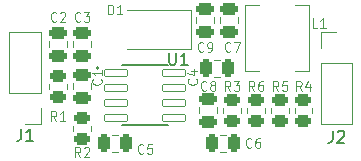
<source format=gto>
G04 #@! TF.GenerationSoftware,KiCad,Pcbnew,(6.0.4)*
G04 #@! TF.CreationDate,2022-05-06T11:38:26-05:00*
G04 #@! TF.ProjectId,12v_buck_converter,3132765f-6275-4636-9b5f-636f6e766572,rev?*
G04 #@! TF.SameCoordinates,Original*
G04 #@! TF.FileFunction,Legend,Top*
G04 #@! TF.FilePolarity,Positive*
%FSLAX46Y46*%
G04 Gerber Fmt 4.6, Leading zero omitted, Abs format (unit mm)*
G04 Created by KiCad (PCBNEW (6.0.4)) date 2022-05-06 11:38:26*
%MOMM*%
%LPD*%
G01*
G04 APERTURE LIST*
G04 Aperture macros list*
%AMRoundRect*
0 Rectangle with rounded corners*
0 $1 Rounding radius*
0 $2 $3 $4 $5 $6 $7 $8 $9 X,Y pos of 4 corners*
0 Add a 4 corners polygon primitive as box body*
4,1,4,$2,$3,$4,$5,$6,$7,$8,$9,$2,$3,0*
0 Add four circle primitives for the rounded corners*
1,1,$1+$1,$2,$3*
1,1,$1+$1,$4,$5*
1,1,$1+$1,$6,$7*
1,1,$1+$1,$8,$9*
0 Add four rect primitives between the rounded corners*
20,1,$1+$1,$2,$3,$4,$5,0*
20,1,$1+$1,$4,$5,$6,$7,0*
20,1,$1+$1,$6,$7,$8,$9,0*
20,1,$1+$1,$8,$9,$2,$3,0*%
G04 Aperture macros list end*
%ADD10C,0.100000*%
%ADD11C,0.150000*%
%ADD12C,0.120000*%
%ADD13C,0.127000*%
%ADD14C,0.200000*%
%ADD15RoundRect,0.250000X-0.475000X0.250000X-0.475000X-0.250000X0.475000X-0.250000X0.475000X0.250000X0*%
%ADD16R,1.700000X1.700000*%
%ADD17O,1.700000X1.700000*%
%ADD18RoundRect,0.250000X-0.250000X-0.475000X0.250000X-0.475000X0.250000X0.475000X-0.250000X0.475000X0*%
%ADD19RoundRect,0.250000X0.475000X-0.250000X0.475000X0.250000X-0.475000X0.250000X-0.475000X-0.250000X0*%
%ADD20RoundRect,0.250000X-0.450000X0.262500X-0.450000X-0.262500X0.450000X-0.262500X0.450000X0.262500X0*%
%ADD21R,2.500000X2.000000*%
%ADD22RoundRect,0.042000X-0.943000X-0.258000X0.943000X-0.258000X0.943000X0.258000X-0.943000X0.258000X0*%
%ADD23RoundRect,0.250000X0.450000X-0.262500X0.450000X0.262500X-0.450000X0.262500X-0.450000X-0.262500X0*%
%ADD24R,2.500000X1.800000*%
%ADD25RoundRect,0.250000X0.250000X0.475000X-0.250000X0.475000X-0.250000X-0.475000X0.250000X-0.475000X0*%
G04 APERTURE END LIST*
D10*
X69208666Y-105187714D02*
X69170571Y-105225809D01*
X69056285Y-105263904D01*
X68980095Y-105263904D01*
X68865809Y-105225809D01*
X68789619Y-105149619D01*
X68751523Y-105073428D01*
X68713428Y-104921047D01*
X68713428Y-104806761D01*
X68751523Y-104654380D01*
X68789619Y-104578190D01*
X68865809Y-104502000D01*
X68980095Y-104463904D01*
X69056285Y-104463904D01*
X69170571Y-104502000D01*
X69208666Y-104540095D01*
X69475333Y-104463904D02*
X70008666Y-104463904D01*
X69665809Y-105263904D01*
D11*
X77850666Y-111974380D02*
X77850666Y-112688666D01*
X77803047Y-112831523D01*
X77707809Y-112926761D01*
X77564952Y-112974380D01*
X77469714Y-112974380D01*
X78279238Y-112069619D02*
X78326857Y-112022000D01*
X78422095Y-111974380D01*
X78660190Y-111974380D01*
X78755428Y-112022000D01*
X78803047Y-112069619D01*
X78850666Y-112164857D01*
X78850666Y-112260095D01*
X78803047Y-112402952D01*
X78231619Y-112974380D01*
X78850666Y-112974380D01*
D10*
X70986666Y-113315714D02*
X70948571Y-113353809D01*
X70834285Y-113391904D01*
X70758095Y-113391904D01*
X70643809Y-113353809D01*
X70567619Y-113277619D01*
X70529523Y-113201428D01*
X70491428Y-113049047D01*
X70491428Y-112934761D01*
X70529523Y-112782380D01*
X70567619Y-112706190D01*
X70643809Y-112630000D01*
X70758095Y-112591904D01*
X70834285Y-112591904D01*
X70948571Y-112630000D01*
X70986666Y-112668095D01*
X71672380Y-112591904D02*
X71520000Y-112591904D01*
X71443809Y-112630000D01*
X71405714Y-112668095D01*
X71329523Y-112782380D01*
X71291428Y-112934761D01*
X71291428Y-113239523D01*
X71329523Y-113315714D01*
X71367619Y-113353809D01*
X71443809Y-113391904D01*
X71596190Y-113391904D01*
X71672380Y-113353809D01*
X71710476Y-113315714D01*
X71748571Y-113239523D01*
X71748571Y-113049047D01*
X71710476Y-112972857D01*
X71672380Y-112934761D01*
X71596190Y-112896666D01*
X71443809Y-112896666D01*
X71367619Y-112934761D01*
X71329523Y-112972857D01*
X71291428Y-113049047D01*
X56508666Y-102647714D02*
X56470571Y-102685809D01*
X56356285Y-102723904D01*
X56280095Y-102723904D01*
X56165809Y-102685809D01*
X56089619Y-102609619D01*
X56051523Y-102533428D01*
X56013428Y-102381047D01*
X56013428Y-102266761D01*
X56051523Y-102114380D01*
X56089619Y-102038190D01*
X56165809Y-101962000D01*
X56280095Y-101923904D01*
X56356285Y-101923904D01*
X56470571Y-101962000D01*
X56508666Y-102000095D01*
X56775333Y-101923904D02*
X57270571Y-101923904D01*
X57003904Y-102228666D01*
X57118190Y-102228666D01*
X57194380Y-102266761D01*
X57232476Y-102304857D01*
X57270571Y-102381047D01*
X57270571Y-102571523D01*
X57232476Y-102647714D01*
X57194380Y-102685809D01*
X57118190Y-102723904D01*
X56889619Y-102723904D01*
X56813428Y-102685809D01*
X56775333Y-102647714D01*
X54476666Y-102647714D02*
X54438571Y-102685809D01*
X54324285Y-102723904D01*
X54248095Y-102723904D01*
X54133809Y-102685809D01*
X54057619Y-102609619D01*
X54019523Y-102533428D01*
X53981428Y-102381047D01*
X53981428Y-102266761D01*
X54019523Y-102114380D01*
X54057619Y-102038190D01*
X54133809Y-101962000D01*
X54248095Y-101923904D01*
X54324285Y-101923904D01*
X54438571Y-101962000D01*
X54476666Y-102000095D01*
X54781428Y-102000095D02*
X54819523Y-101962000D01*
X54895714Y-101923904D01*
X55086190Y-101923904D01*
X55162380Y-101962000D01*
X55200476Y-102000095D01*
X55238571Y-102076285D01*
X55238571Y-102152476D01*
X55200476Y-102266761D01*
X54743333Y-102723904D01*
X55238571Y-102723904D01*
D11*
X51482666Y-111822380D02*
X51482666Y-112536666D01*
X51435047Y-112679523D01*
X51339809Y-112774761D01*
X51196952Y-112822380D01*
X51101714Y-112822380D01*
X52482666Y-112822380D02*
X51911238Y-112822380D01*
X52196952Y-112822380D02*
X52196952Y-111822380D01*
X52101714Y-111965238D01*
X52006476Y-112060476D01*
X51911238Y-112108095D01*
D10*
X58221714Y-107575333D02*
X58259809Y-107613428D01*
X58297904Y-107727714D01*
X58297904Y-107803904D01*
X58259809Y-107918190D01*
X58183619Y-107994380D01*
X58107428Y-108032476D01*
X57955047Y-108070571D01*
X57840761Y-108070571D01*
X57688380Y-108032476D01*
X57612190Y-107994380D01*
X57536000Y-107918190D01*
X57497904Y-107803904D01*
X57497904Y-107727714D01*
X57536000Y-107613428D01*
X57574095Y-107575333D01*
X58297904Y-106813428D02*
X58297904Y-107270571D01*
X58297904Y-107042000D02*
X57497904Y-107042000D01*
X57612190Y-107118190D01*
X57688380Y-107194380D01*
X57726476Y-107270571D01*
X67176666Y-108489714D02*
X67138571Y-108527809D01*
X67024285Y-108565904D01*
X66948095Y-108565904D01*
X66833809Y-108527809D01*
X66757619Y-108451619D01*
X66719523Y-108375428D01*
X66681428Y-108223047D01*
X66681428Y-108108761D01*
X66719523Y-107956380D01*
X66757619Y-107880190D01*
X66833809Y-107804000D01*
X66948095Y-107765904D01*
X67024285Y-107765904D01*
X67138571Y-107804000D01*
X67176666Y-107842095D01*
X67633809Y-108108761D02*
X67557619Y-108070666D01*
X67519523Y-108032571D01*
X67481428Y-107956380D01*
X67481428Y-107918285D01*
X67519523Y-107842095D01*
X67557619Y-107804000D01*
X67633809Y-107765904D01*
X67786190Y-107765904D01*
X67862380Y-107804000D01*
X67900476Y-107842095D01*
X67938571Y-107918285D01*
X67938571Y-107956380D01*
X67900476Y-108032571D01*
X67862380Y-108070666D01*
X67786190Y-108108761D01*
X67633809Y-108108761D01*
X67557619Y-108146857D01*
X67519523Y-108184952D01*
X67481428Y-108261142D01*
X67481428Y-108413523D01*
X67519523Y-108489714D01*
X67557619Y-108527809D01*
X67633809Y-108565904D01*
X67786190Y-108565904D01*
X67862380Y-108527809D01*
X67900476Y-108489714D01*
X67938571Y-108413523D01*
X67938571Y-108261142D01*
X67900476Y-108184952D01*
X67862380Y-108146857D01*
X67786190Y-108108761D01*
X73272666Y-108565904D02*
X73006000Y-108184952D01*
X72815523Y-108565904D02*
X72815523Y-107765904D01*
X73120285Y-107765904D01*
X73196476Y-107804000D01*
X73234571Y-107842095D01*
X73272666Y-107918285D01*
X73272666Y-108032571D01*
X73234571Y-108108761D01*
X73196476Y-108146857D01*
X73120285Y-108184952D01*
X72815523Y-108184952D01*
X73996476Y-107765904D02*
X73615523Y-107765904D01*
X73577428Y-108146857D01*
X73615523Y-108108761D01*
X73691714Y-108070666D01*
X73882190Y-108070666D01*
X73958380Y-108108761D01*
X73996476Y-108146857D01*
X74034571Y-108223047D01*
X74034571Y-108413523D01*
X73996476Y-108489714D01*
X73958380Y-108527809D01*
X73882190Y-108565904D01*
X73691714Y-108565904D01*
X73615523Y-108527809D01*
X73577428Y-108489714D01*
X76574666Y-103231904D02*
X76193714Y-103231904D01*
X76193714Y-102431904D01*
X77260380Y-103231904D02*
X76803238Y-103231904D01*
X77031809Y-103231904D02*
X77031809Y-102431904D01*
X76955619Y-102546190D01*
X76879428Y-102622380D01*
X76803238Y-102660476D01*
X75256666Y-108565904D02*
X74990000Y-108184952D01*
X74799523Y-108565904D02*
X74799523Y-107765904D01*
X75104285Y-107765904D01*
X75180476Y-107804000D01*
X75218571Y-107842095D01*
X75256666Y-107918285D01*
X75256666Y-108032571D01*
X75218571Y-108108761D01*
X75180476Y-108146857D01*
X75104285Y-108184952D01*
X74799523Y-108184952D01*
X75942380Y-108032571D02*
X75942380Y-108565904D01*
X75751904Y-107727809D02*
X75561428Y-108299238D01*
X76056666Y-108299238D01*
D11*
X64008095Y-105370380D02*
X64008095Y-106179904D01*
X64055714Y-106275142D01*
X64103333Y-106322761D01*
X64198571Y-106370380D01*
X64389047Y-106370380D01*
X64484285Y-106322761D01*
X64531904Y-106275142D01*
X64579523Y-106179904D01*
X64579523Y-105370380D01*
X65579523Y-106370380D02*
X65008095Y-106370380D01*
X65293809Y-106370380D02*
X65293809Y-105370380D01*
X65198571Y-105513238D01*
X65103333Y-105608476D01*
X65008095Y-105656095D01*
D10*
X56508666Y-114153904D02*
X56242000Y-113772952D01*
X56051523Y-114153904D02*
X56051523Y-113353904D01*
X56356285Y-113353904D01*
X56432476Y-113392000D01*
X56470571Y-113430095D01*
X56508666Y-113506285D01*
X56508666Y-113620571D01*
X56470571Y-113696761D01*
X56432476Y-113734857D01*
X56356285Y-113772952D01*
X56051523Y-113772952D01*
X56813428Y-113430095D02*
X56851523Y-113392000D01*
X56927714Y-113353904D01*
X57118190Y-113353904D01*
X57194380Y-113392000D01*
X57232476Y-113430095D01*
X57270571Y-113506285D01*
X57270571Y-113582476D01*
X57232476Y-113696761D01*
X56775333Y-114153904D01*
X57270571Y-114153904D01*
X66922666Y-105187714D02*
X66884571Y-105225809D01*
X66770285Y-105263904D01*
X66694095Y-105263904D01*
X66579809Y-105225809D01*
X66503619Y-105149619D01*
X66465523Y-105073428D01*
X66427428Y-104921047D01*
X66427428Y-104806761D01*
X66465523Y-104654380D01*
X66503619Y-104578190D01*
X66579809Y-104502000D01*
X66694095Y-104463904D01*
X66770285Y-104463904D01*
X66884571Y-104502000D01*
X66922666Y-104540095D01*
X67303619Y-105263904D02*
X67456000Y-105263904D01*
X67532190Y-105225809D01*
X67570285Y-105187714D01*
X67646476Y-105073428D01*
X67684571Y-104921047D01*
X67684571Y-104616285D01*
X67646476Y-104540095D01*
X67608380Y-104502000D01*
X67532190Y-104463904D01*
X67379809Y-104463904D01*
X67303619Y-104502000D01*
X67265523Y-104540095D01*
X67227428Y-104616285D01*
X67227428Y-104806761D01*
X67265523Y-104882952D01*
X67303619Y-104921047D01*
X67379809Y-104959142D01*
X67532190Y-104959142D01*
X67608380Y-104921047D01*
X67646476Y-104882952D01*
X67684571Y-104806761D01*
X71240666Y-108565904D02*
X70974000Y-108184952D01*
X70783523Y-108565904D02*
X70783523Y-107765904D01*
X71088285Y-107765904D01*
X71164476Y-107804000D01*
X71202571Y-107842095D01*
X71240666Y-107918285D01*
X71240666Y-108032571D01*
X71202571Y-108108761D01*
X71164476Y-108146857D01*
X71088285Y-108184952D01*
X70783523Y-108184952D01*
X71926380Y-107765904D02*
X71774000Y-107765904D01*
X71697809Y-107804000D01*
X71659714Y-107842095D01*
X71583523Y-107956380D01*
X71545428Y-108108761D01*
X71545428Y-108413523D01*
X71583523Y-108489714D01*
X71621619Y-108527809D01*
X71697809Y-108565904D01*
X71850190Y-108565904D01*
X71926380Y-108527809D01*
X71964476Y-108489714D01*
X72002571Y-108413523D01*
X72002571Y-108223047D01*
X71964476Y-108146857D01*
X71926380Y-108108761D01*
X71850190Y-108070666D01*
X71697809Y-108070666D01*
X71621619Y-108108761D01*
X71583523Y-108146857D01*
X71545428Y-108223047D01*
X58845523Y-102089904D02*
X58845523Y-101289904D01*
X59036000Y-101289904D01*
X59150285Y-101328000D01*
X59226476Y-101404190D01*
X59264571Y-101480380D01*
X59302666Y-101632761D01*
X59302666Y-101747047D01*
X59264571Y-101899428D01*
X59226476Y-101975619D01*
X59150285Y-102051809D01*
X59036000Y-102089904D01*
X58845523Y-102089904D01*
X60064571Y-102089904D02*
X59607428Y-102089904D01*
X59836000Y-102089904D02*
X59836000Y-101289904D01*
X59759809Y-101404190D01*
X59683619Y-101480380D01*
X59607428Y-101518476D01*
X54476666Y-111105904D02*
X54210000Y-110724952D01*
X54019523Y-111105904D02*
X54019523Y-110305904D01*
X54324285Y-110305904D01*
X54400476Y-110344000D01*
X54438571Y-110382095D01*
X54476666Y-110458285D01*
X54476666Y-110572571D01*
X54438571Y-110648761D01*
X54400476Y-110686857D01*
X54324285Y-110724952D01*
X54019523Y-110724952D01*
X55238571Y-111105904D02*
X54781428Y-111105904D01*
X55010000Y-111105904D02*
X55010000Y-110305904D01*
X54933809Y-110420190D01*
X54857619Y-110496380D01*
X54781428Y-110534476D01*
X61842666Y-113823714D02*
X61804571Y-113861809D01*
X61690285Y-113899904D01*
X61614095Y-113899904D01*
X61499809Y-113861809D01*
X61423619Y-113785619D01*
X61385523Y-113709428D01*
X61347428Y-113557047D01*
X61347428Y-113442761D01*
X61385523Y-113290380D01*
X61423619Y-113214190D01*
X61499809Y-113138000D01*
X61614095Y-113099904D01*
X61690285Y-113099904D01*
X61804571Y-113138000D01*
X61842666Y-113176095D01*
X62566476Y-113099904D02*
X62185523Y-113099904D01*
X62147428Y-113480857D01*
X62185523Y-113442761D01*
X62261714Y-113404666D01*
X62452190Y-113404666D01*
X62528380Y-113442761D01*
X62566476Y-113480857D01*
X62604571Y-113557047D01*
X62604571Y-113747523D01*
X62566476Y-113823714D01*
X62528380Y-113861809D01*
X62452190Y-113899904D01*
X62261714Y-113899904D01*
X62185523Y-113861809D01*
X62147428Y-113823714D01*
X69208666Y-108565904D02*
X68942000Y-108184952D01*
X68751523Y-108565904D02*
X68751523Y-107765904D01*
X69056285Y-107765904D01*
X69132476Y-107804000D01*
X69170571Y-107842095D01*
X69208666Y-107918285D01*
X69208666Y-108032571D01*
X69170571Y-108108761D01*
X69132476Y-108146857D01*
X69056285Y-108184952D01*
X68751523Y-108184952D01*
X69475333Y-107765904D02*
X69970571Y-107765904D01*
X69703904Y-108070666D01*
X69818190Y-108070666D01*
X69894380Y-108108761D01*
X69932476Y-108146857D01*
X69970571Y-108223047D01*
X69970571Y-108413523D01*
X69932476Y-108489714D01*
X69894380Y-108527809D01*
X69818190Y-108565904D01*
X69589619Y-108565904D01*
X69513428Y-108527809D01*
X69475333Y-108489714D01*
X66325714Y-107575333D02*
X66363809Y-107613428D01*
X66401904Y-107727714D01*
X66401904Y-107803904D01*
X66363809Y-107918190D01*
X66287619Y-107994380D01*
X66211428Y-108032476D01*
X66059047Y-108070571D01*
X65944761Y-108070571D01*
X65792380Y-108032476D01*
X65716190Y-107994380D01*
X65640000Y-107918190D01*
X65601904Y-107803904D01*
X65601904Y-107727714D01*
X65640000Y-107613428D01*
X65678095Y-107575333D01*
X65868571Y-106889619D02*
X66401904Y-106889619D01*
X65563809Y-107080095D02*
X66135238Y-107270571D01*
X66135238Y-106775333D01*
D12*
X68353000Y-102354748D02*
X68353000Y-102877252D01*
X69823000Y-102354748D02*
X69823000Y-102877252D01*
X79514000Y-106230000D02*
X79514000Y-111370000D01*
X76854000Y-111370000D02*
X79514000Y-111370000D01*
X76854000Y-103630000D02*
X78184000Y-103630000D01*
X76854000Y-106230000D02*
X79514000Y-106230000D01*
X76854000Y-106230000D02*
X76854000Y-111370000D01*
X76854000Y-104960000D02*
X76854000Y-103630000D01*
X68318748Y-113765000D02*
X68841252Y-113765000D01*
X68318748Y-112295000D02*
X68841252Y-112295000D01*
X57377000Y-104909252D02*
X57377000Y-104386748D01*
X55907000Y-104909252D02*
X55907000Y-104386748D01*
X53875000Y-104909252D02*
X53875000Y-104386748D01*
X55345000Y-104909252D02*
X55345000Y-104386748D01*
X53146000Y-103630000D02*
X50486000Y-103630000D01*
X53146000Y-111370000D02*
X51816000Y-111370000D01*
X53146000Y-108770000D02*
X50486000Y-108770000D01*
X53146000Y-110040000D02*
X53146000Y-111370000D01*
X50486000Y-108770000D02*
X50486000Y-103630000D01*
X53146000Y-108770000D02*
X53146000Y-103630000D01*
X57377000Y-107942748D02*
X57377000Y-108465252D01*
X55907000Y-107942748D02*
X55907000Y-108465252D01*
X66575000Y-110497252D02*
X66575000Y-109974748D01*
X68045000Y-110497252D02*
X68045000Y-109974748D01*
X74141000Y-110008936D02*
X74141000Y-110463064D01*
X72671000Y-110008936D02*
X72671000Y-110463064D01*
X70452000Y-101340000D02*
X71652000Y-101340000D01*
X70452000Y-106940000D02*
X70452000Y-101340000D01*
X75852000Y-101340000D02*
X75852000Y-106940000D01*
X74652000Y-101340000D02*
X75852000Y-101340000D01*
X71652000Y-106940000D02*
X70452000Y-106940000D01*
X75852000Y-106940000D02*
X74652000Y-106940000D01*
X74655000Y-110008936D02*
X74655000Y-110463064D01*
X76125000Y-110008936D02*
X76125000Y-110463064D01*
D13*
X60026000Y-106441000D02*
X63926000Y-106441000D01*
X60026000Y-111491000D02*
X63926000Y-111491000D01*
D14*
X58036000Y-106661000D02*
G75*
G03*
X58036000Y-106661000I-100000J0D01*
G01*
D12*
X57377000Y-111532936D02*
X57377000Y-111987064D01*
X55907000Y-111532936D02*
X55907000Y-111987064D01*
X67791000Y-102354748D02*
X67791000Y-102877252D01*
X66321000Y-102354748D02*
X66321000Y-102877252D01*
X70639000Y-110463064D02*
X70639000Y-110008936D01*
X72109000Y-110463064D02*
X72109000Y-110008936D01*
X65884000Y-105028000D02*
X65884000Y-101728000D01*
X65884000Y-105028000D02*
X60484000Y-105028000D01*
X65884000Y-101728000D02*
X60484000Y-101728000D01*
X55345000Y-107976936D02*
X55345000Y-108431064D01*
X53875000Y-107976936D02*
X53875000Y-108431064D01*
X59174748Y-112295000D02*
X59697252Y-112295000D01*
X59174748Y-113765000D02*
X59697252Y-113765000D01*
X68607000Y-110463064D02*
X68607000Y-110008936D01*
X70077000Y-110463064D02*
X70077000Y-110008936D01*
X68333252Y-105945000D02*
X67810748Y-105945000D01*
X68333252Y-107415000D02*
X67810748Y-107415000D01*
%LPC*%
D15*
X69088000Y-101666000D03*
X69088000Y-103566000D03*
D16*
X78184000Y-104960000D03*
D17*
X78184000Y-107500000D03*
X78184000Y-110040000D03*
D18*
X67630000Y-113030000D03*
X69530000Y-113030000D03*
D19*
X56642000Y-105598000D03*
X56642000Y-103698000D03*
X54610000Y-105598000D03*
X54610000Y-103698000D03*
D16*
X51816000Y-110040000D03*
D17*
X51816000Y-107500000D03*
X51816000Y-104960000D03*
D15*
X56642000Y-107254000D03*
X56642000Y-109154000D03*
D19*
X67310000Y-111186000D03*
X67310000Y-109286000D03*
D20*
X73406000Y-109323500D03*
X73406000Y-111148500D03*
D21*
X73152000Y-106340000D03*
X73152000Y-101940000D03*
D20*
X75390000Y-109323500D03*
X75390000Y-111148500D03*
D22*
X59506000Y-107061000D03*
X59506000Y-108331000D03*
X59506000Y-109601000D03*
X59506000Y-110871000D03*
X64446000Y-110871000D03*
X64446000Y-109601000D03*
X64446000Y-108331000D03*
X64446000Y-107061000D03*
D20*
X56642000Y-110847500D03*
X56642000Y-112672500D03*
D15*
X67056000Y-101666000D03*
X67056000Y-103566000D03*
D23*
X71374000Y-111148500D03*
X71374000Y-109323500D03*
D24*
X64484000Y-103378000D03*
X60484000Y-103378000D03*
D20*
X54610000Y-107291500D03*
X54610000Y-109116500D03*
D18*
X58486000Y-113030000D03*
X60386000Y-113030000D03*
D23*
X69342000Y-111148500D03*
X69342000Y-109323500D03*
D25*
X69022000Y-106680000D03*
X67122000Y-106680000D03*
M02*

</source>
